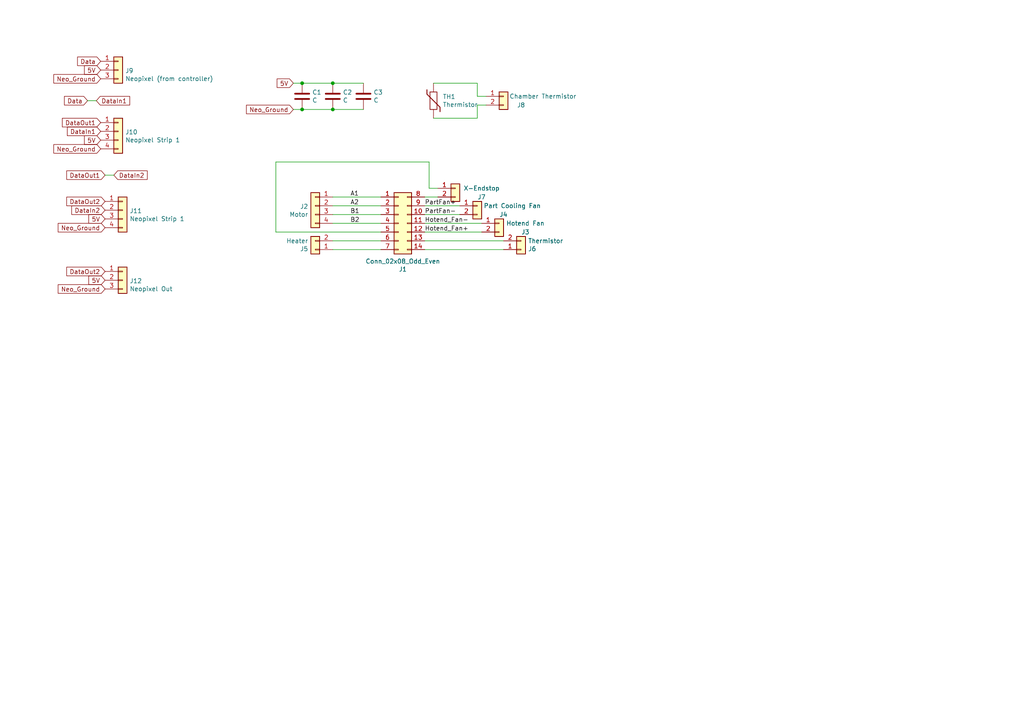
<source format=kicad_sch>
(kicad_sch (version 20211123) (generator eeschema)
  (paper "A4")
  (lib_symbols
    (symbol "Connector_Generic:Conn_01x02" (pin_names (offset 1.016) hide)
      (property "Reference" "J" (at 0 2.54 0))
      (property "Value" "Conn_01x02" (at 0 -5.08 0))
      (symbol "Conn_01x02_1_1"
        (rectangle (start -1.27 -2.413) (end 0 -2.667) (stroke (width 0.1524)))
        (rectangle (start -1.27 0.127) (end 0 -0.127) (stroke (width 0.1524)))
        (rectangle (start -1.27 1.27) (end 1.27 -3.81) (stroke (width 0.254)) (fill (type background)))
        (pin passive line (at -5.08 0 0) (length 3.81) (name "Pin_1") (number "1"))
        (pin passive line (at -5.08 -2.54 0) (length 3.81) (name "Pin_2") (number "2"))
      )
    )
    (symbol "Connector_Generic:Conn_01x03" (pin_names (offset 1.016) hide)
      (property "Reference" "J" (at 0 5.08 0))
      (property "Value" "Conn_01x03" (at 0 -5.08 0))
      (symbol "Conn_01x03_1_1"
        (rectangle (start -1.27 -2.413) (end 0 -2.667) (stroke (width 0.1524)))
        (rectangle (start -1.27 0.127) (end 0 -0.127) (stroke (width 0.1524)))
        (rectangle (start -1.27 2.667) (end 0 2.413) (stroke (width 0.1524)))
        (rectangle (start -1.27 3.81) (end 1.27 -3.81) (stroke (width 0.254)) (fill (type background)))
        (pin passive line (at -5.08 2.54 0) (length 3.81) (name "Pin_1") (number "1"))
        (pin passive line (at -5.08 0 0) (length 3.81) (name "Pin_2") (number "2"))
        (pin passive line (at -5.08 -2.54 0) (length 3.81) (name "Pin_3") (number "3"))
      )
    )
    (symbol "Connector_Generic:Conn_01x04" (pin_names (offset 1.016) hide)
      (property "Reference" "J" (at 0 5.08 0))
      (property "Value" "Conn_01x04" (at 0 -7.62 0))
      (symbol "Conn_01x04_1_1"
        (rectangle (start -1.27 -4.953) (end 0 -5.207) (stroke (width 0.1524)))
        (rectangle (start -1.27 -2.413) (end 0 -2.667) (stroke (width 0.1524)))
        (rectangle (start -1.27 0.127) (end 0 -0.127) (stroke (width 0.1524)))
        (rectangle (start -1.27 2.667) (end 0 2.413) (stroke (width 0.1524)))
        (rectangle (start -1.27 3.81) (end 1.27 -6.35) (stroke (width 0.254)) (fill (type background)))
        (pin passive line (at -5.08 2.54 0) (length 3.81) (name "Pin_1") (number "1"))
        (pin passive line (at -5.08 0 0) (length 3.81) (name "Pin_2") (number "2"))
        (pin passive line (at -5.08 -2.54 0) (length 3.81) (name "Pin_3") (number "3"))
        (pin passive line (at -5.08 -5.08 0) (length 3.81) (name "Pin_4") (number "4"))
      )
    )
    (symbol "Connector_Generic:Conn_02x07_Top_Bottom" (pin_names (offset 1.016) hide)
      (property "Reference" "J" (at 1.27 10.16 0))
      (property "Value" "Conn_02x07_Top_Bottom" (at 1.27 -10.16 0))
      (symbol "Conn_02x07_Top_Bottom_1_1"
        (rectangle (start -1.27 -7.493) (end 0 -7.747) (stroke (width 0.1524)))
        (rectangle (start -1.27 -4.953) (end 0 -5.207) (stroke (width 0.1524)))
        (rectangle (start -1.27 -2.413) (end 0 -2.667) (stroke (width 0.1524)))
        (rectangle (start -1.27 0.127) (end 0 -0.127) (stroke (width 0.1524)))
        (rectangle (start -1.27 2.667) (end 0 2.413) (stroke (width 0.1524)))
        (rectangle (start -1.27 5.207) (end 0 4.953) (stroke (width 0.1524)))
        (rectangle (start -1.27 7.747) (end 0 7.493) (stroke (width 0.1524)))
        (rectangle (start -1.27 8.89) (end 3.81 -8.89) (stroke (width 0.254)) (fill (type background)))
        (rectangle (start 3.81 -7.493) (end 2.54 -7.747) (stroke (width 0.1524)))
        (rectangle (start 3.81 -4.953) (end 2.54 -5.207) (stroke (width 0.1524)))
        (rectangle (start 3.81 -2.413) (end 2.54 -2.667) (stroke (width 0.1524)))
        (rectangle (start 3.81 0.127) (end 2.54 -0.127) (stroke (width 0.1524)))
        (rectangle (start 3.81 2.667) (end 2.54 2.413) (stroke (width 0.1524)))
        (rectangle (start 3.81 5.207) (end 2.54 4.953) (stroke (width 0.1524)))
        (rectangle (start 3.81 7.747) (end 2.54 7.493) (stroke (width 0.1524)))
        (pin passive line (at -5.08 7.62 0) (length 3.81) (name "Pin_1") (number "1"))
        (pin passive line (at 7.62 2.54 180) (length 3.81) (name "Pin_10") (number "10"))
        (pin passive line (at 7.62 0 180) (length 3.81) (name "Pin_11") (number "11"))
        (pin passive line (at 7.62 -2.54 180) (length 3.81) (name "Pin_12") (number "12"))
        (pin passive line (at 7.62 -5.08 180) (length 3.81) (name "Pin_13") (number "13"))
        (pin passive line (at 7.62 -7.62 180) (length 3.81) (name "Pin_14") (number "14"))
        (pin passive line (at -5.08 5.08 0) (length 3.81) (name "Pin_2") (number "2"))
        (pin passive line (at -5.08 2.54 0) (length 3.81) (name "Pin_3") (number "3"))
        (pin passive line (at -5.08 0 0) (length 3.81) (name "Pin_4") (number "4"))
        (pin passive line (at -5.08 -2.54 0) (length 3.81) (name "Pin_5") (number "5"))
        (pin passive line (at -5.08 -5.08 0) (length 3.81) (name "Pin_6") (number "6"))
        (pin passive line (at -5.08 -7.62 0) (length 3.81) (name "Pin_7") (number "7"))
        (pin passive line (at 7.62 7.62 180) (length 3.81) (name "Pin_8") (number "8"))
        (pin passive line (at 7.62 5.08 180) (length 3.81) (name "Pin_9") (number "9"))
      )
    )
    (symbol "Device:C" (pin_numbers hide) (pin_names (offset 0.254))
      (property "Reference" "C" (at 0.635 2.54 0))
      (property "Value" "C" (at 0.635 -2.54 0))
      (symbol "C_0_1"
        (polyline (pts (xy -2.032 -0.762) (xy 2.032 -0.762)) (stroke (width 0.508)))
        (polyline (pts (xy -2.032 0.762) (xy 2.032 0.762)) (stroke (width 0.508)))
      )
      (symbol "C_1_1"
        (pin passive line (at 0 3.81 270) (length 2.794) (name "~") (number "1"))
        (pin passive line (at 0 -3.81 90) (length 2.794) (name "~") (number "2"))
      )
    )
    (symbol "Device:Thermistor" (pin_numbers hide) (pin_names (offset 0))
      (property "Reference" "TH" (at 2.54 1.27 90))
      (property "Value" "Thermistor" (at -2.54 0 90))
      (symbol "Thermistor_0_1"
        (rectangle (start -1.016 2.54) (end 1.016 -2.54) (stroke (width 0.2032)))
        (polyline (pts (xy -1.905 3.175) (xy -1.905 1.905) (xy 1.905 -1.905) (xy 1.905 -3.175) (xy 1.905 -3.175)) (stroke (width 0.254)))
      )
      (symbol "Thermistor_1_1"
        (pin passive line (at 0 5.08 270) (length 2.54) (name "~") (number "1"))
        (pin passive line (at 0 -5.08 90) (length 2.54) (name "~") (number "2"))
      )
    )
  )
  (junction (at 87.63 31.75))
  (junction (at 87.63 24.13))
  (junction (at 96.52 31.75))
  (junction (at 96.52 24.13))
  (wire (pts (xy 105.41 31.75) (xy 96.52 31.75)))
  (wire (pts (xy 96.52 59.69) (xy 110.49 59.69)))
  (wire (pts (xy 110.49 69.85) (xy 96.52 69.85)))
  (wire (pts (xy 140.97 27.94) (xy 138.43 27.94)))
  (wire (pts (xy 123.19 62.23) (xy 133.35 62.23)))
  (wire (pts (xy 105.41 24.13) (xy 96.52 24.13)))
  (wire (pts (xy 96.52 31.75) (xy 87.63 31.75)))
  (wire (pts (xy 33.02 50.8) (xy 30.48 50.8)))
  (wire (pts (xy 138.43 24.13) (xy 125.73 24.13)))
  (wire (pts (xy 96.52 72.39) (xy 110.49 72.39)))
  (wire (pts (xy 96.52 24.13) (xy 87.63 24.13)))
  (wire (pts (xy 138.43 24.13) (xy 138.43 27.94)))
  (wire (pts (xy 110.49 57.15) (xy 96.52 57.15)))
  (wire (pts (xy 123.19 67.31) (xy 139.7 67.31)))
  (wire (pts (xy 80.01 46.99) (xy 124.46 46.99)))
  (wire (pts (xy 139.7 64.77) (xy 123.19 64.77)))
  (wire (pts (xy 87.63 24.13) (xy 85.09 24.13)))
  (wire (pts (xy 140.97 30.48) (xy 138.43 30.48)))
  (wire (pts (xy 27.94 29.21) (xy 25.4 29.21)))
  (wire (pts (xy 133.35 59.69) (xy 123.19 59.69)))
  (wire (pts (xy 146.05 69.85) (xy 123.19 69.85)))
  (wire (pts (xy 123.19 57.15) (xy 127 57.15)))
  (wire (pts (xy 80.01 67.31) (xy 110.49 67.31)))
  (wire (pts (xy 80.01 46.99) (xy 80.01 67.31)))
  (wire (pts (xy 124.46 54.61) (xy 127 54.61)))
  (wire (pts (xy 138.43 30.48) (xy 138.43 34.29)))
  (wire (pts (xy 123.19 72.39) (xy 146.05 72.39)))
  (wire (pts (xy 110.49 62.23) (xy 96.52 62.23)))
  (wire (pts (xy 96.52 64.77) (xy 110.49 64.77)))
  (wire (pts (xy 87.63 31.75) (xy 85.09 31.75)))
  (wire (pts (xy 124.46 54.61) (xy 124.46 46.99)))
  (wire (pts (xy 138.43 34.29) (xy 125.73 34.29)))
  (label "B2" (at 101.6 64.77 0))
  (label "PartFan-" (at 123.19 62.23 0))
  (label "A2" (at 101.6 59.69 0))
  (label "PartFan+" (at 123.19 59.69 0))
  (label "Hotend_Fan+" (at 123.19 67.31 0))
  (label "A1" (at 101.6 57.15 0))
  (label "B1" (at 101.6 62.23 0))
  (label "Hotend_Fan-" (at 123.19 64.77 0))
  (global_label "DataOut1" (shape input) (at 30.48 50.8 180) (property "Intersheet References" "${INTERSHEET_REFS}" (effects hide)))
  (global_label "Data" (shape input) (at 29.21 17.78 180) (property "Intersheet References" "${INTERSHEET_REFS}" (effects hide)))
  (global_label "Neo_Ground" (shape input) (at 29.21 43.18 180) (property "Intersheet References" "${INTERSHEET_REFS}" (effects hide)))
  (global_label "5V" (shape input) (at 29.21 40.64 180) (property "Intersheet References" "${INTERSHEET_REFS}" (effects hide)))
  (global_label "Neo_Ground" (shape input) (at 29.21 22.86 180) (property "Intersheet References" "${INTERSHEET_REFS}" (effects hide)))
  (global_label "DataOut2" (shape input) (at 30.48 78.74 180) (property "Intersheet References" "${INTERSHEET_REFS}" (effects hide)))
  (global_label "DataOut1" (shape input) (at 29.21 35.56 180) (property "Intersheet References" "${INTERSHEET_REFS}" (effects hide)))
  (global_label "DataIn2" (shape input) (at 30.48 60.96 180) (property "Intersheet References" "${INTERSHEET_REFS}" (effects hide)))
  (global_label "5V" (shape input) (at 29.21 20.32 180) (property "Intersheet References" "${INTERSHEET_REFS}" (effects hide)))
  (global_label "DataIn1" (shape input) (at 27.94 29.21 0) (property "Intersheet References" "${INTERSHEET_REFS}" (effects hide)))
  (global_label "DataIn1" (shape input) (at 29.21 38.1 180) (property "Intersheet References" "${INTERSHEET_REFS}" (effects hide)))
  (global_label "Neo_Ground" (shape input) (at 30.48 66.04 180) (property "Intersheet References" "${INTERSHEET_REFS}" (effects hide)))
  (global_label "5V" (shape input) (at 30.48 81.28 180) (property "Intersheet References" "${INTERSHEET_REFS}" (effects hide)))
  (global_label "5V" (shape input) (at 85.09 24.13 180) (property "Intersheet References" "${INTERSHEET_REFS}" (effects hide)))
  (global_label "DataOut2" (shape input) (at 30.48 58.42 180) (property "Intersheet References" "${INTERSHEET_REFS}" (effects hide)))
  (global_label "Data" (shape input) (at 25.4 29.21 180) (property "Intersheet References" "${INTERSHEET_REFS}" (effects hide)))
  (global_label "Neo_Ground" (shape input) (at 85.09 31.75 180) (property "Intersheet References" "${INTERSHEET_REFS}" (effects hide)))
  (global_label "Neo_Ground" (shape input) (at 30.48 83.82 180) (property "Intersheet References" "${INTERSHEET_REFS}" (effects hide)))
  (global_label "5V" (shape input) (at 30.48 63.5 180) (property "Intersheet References" "${INTERSHEET_REFS}" (effects hide)))
  (global_label "DataIn2" (shape input) (at 33.02 50.8 0) (property "Intersheet References" "${INTERSHEET_REFS}" (effects hide)))
  (symbol (lib_id "Device:Thermistor") (at 125.73 29.21 0) (unit 1)
    (property "Reference" "TH1" (at 128.397 28.0416 0) (effects (justify left)))
    (property "Value" "Thermistor" (at 128.397 30.353 0) (effects (justify left)))
    (property "Footprint" "Resistor_SMD:R_0805_2012Metric_Pad1.20x1.40mm_HandSolder" (effects hide))
  )
  (symbol (lib_id "Connector_Generic:Conn_02x07_Top_Bottom") (at 115.57 64.77 0) (unit 1)
    (property "Reference" "J1" (at 116.84 78.105 0))
    (property "Value" "Conn_02x08_Odd_Even" (at 116.84 75.7936 0))
    (property "Footprint" "Connector_Molex:Molex_Micro-Fit_3.0_43045-1412_2x07_P3.00mm_Vertical" (effects hide))
  )
  (symbol (lib_id "Connector_Generic:Conn_01x04") (at 91.44 59.69 0) (mirror y) (unit 1)
    (property "Reference" "J2" (at 89.408 59.8932 0) (effects (justify left)))
    (property "Value" "Motor" (at 89.408 62.2046 0) (effects (justify left)))
    (property "Footprint" "Connector_JST:JST_XH_B4B-XH-A_1x04_P2.50mm_Vertical" (effects hide))
  )
  (symbol (lib_id "Connector_Generic:Conn_01x02") (at 144.78 64.77 0) (unit 1)
    (property "Reference" "J3" (at 152.4 67.31 0))
    (property "Value" "Hotend Fan" (at 152.4 64.77 0))
    (property "Footprint" "Connector_JST:JST_XH_B2B-XH-A_1x02_P2.50mm_Vertical" (effects hide))
  )
  (symbol (lib_id "Connector_Generic:Conn_01x02") (at 138.43 59.69 0) (unit 1)
    (property "Reference" "J4" (at 146.05 62.23 0))
    (property "Value" "Part Cooling Fan" (at 148.59 59.69 0))
    (property "Footprint" "Connector_JST:JST_XH_B2B-XH-A_1x02_P2.50mm_Vertical" (effects hide))
  )
  (symbol (lib_id "Connector_Generic:Conn_01x02") (at 91.44 72.39 180) (unit 1)
    (property "Reference" "J5" (at 89.408 72.1868 0) (effects (justify left)))
    (property "Value" "Heater" (at 89.408 69.8754 0) (effects (justify left)))
    (property "Footprint" "TerminalBlock_Phoenix:TerminalBlock_Phoenix_MKDS-1,5-2-5.08_1x02_P5.08mm_Horizontal" (effects hide))
  )
  (symbol (lib_id "Connector_Generic:Conn_01x02") (at 151.13 72.39 0) (mirror x) (unit 1)
    (property "Reference" "J6" (at 153.162 72.1868 0) (effects (justify left)))
    (property "Value" "Thermistor" (at 153.162 69.8754 0) (effects (justify left)))
    (property "Footprint" "Connector_JST:JST_XH_B2B-XH-A_1x02_P2.50mm_Vertical" (effects hide))
  )
  (symbol (lib_id "Connector_Generic:Conn_01x02") (at 132.08 54.61 0) (unit 1)
    (property "Reference" "J7" (at 139.7 57.15 0))
    (property "Value" "X-Endstop" (at 139.7 54.61 0))
    (property "Footprint" "Connector_JST:JST_XH_B2B-XH-A_1x02_P2.50mm_Vertical" (effects hide))
  )
  (symbol (lib_id "Connector_Generic:Conn_01x02") (at 146.05 27.94 0) (unit 1)
    (property "Reference" "J8" (at 151.13 30.48 0))
    (property "Value" "Chamber Thermistor" (at 157.48 27.94 0))
    (property "Footprint" "Connector_JST:JST_XH_B2B-XH-A_1x02_P2.50mm_Vertical" (effects hide))
  )
  (symbol (lib_id "Connector_Generic:Conn_01x03") (at 34.29 20.32 0) (unit 1)
    (property "Reference" "J9" (at 36.322 20.5232 0) (effects (justify left)))
    (property "Value" "Neopixel (from controller)" (at 36.322 22.8346 0) (effects (justify left)))
    (property "Footprint" "Connector_JST:JST_XH_B3B-XH-A_1x03_P2.50mm_Vertical" (effects hide))
  )
  (symbol (lib_id "Connector_Generic:Conn_01x04") (at 34.29 38.1 0) (unit 1)
    (property "Reference" "J10" (at 36.322 38.3032 0) (effects (justify left)))
    (property "Value" "Neopixel Strip 1" (at 36.322 40.6146 0) (effects (justify left)))
    (property "Footprint" "Connector_JST:JST_XH_B4B-XH-A_1x04_P2.50mm_Vertical" (effects hide))
  )
  (symbol (lib_id "Connector_Generic:Conn_01x04") (at 35.56 60.96 0) (unit 1)
    (property "Reference" "J11" (at 37.592 61.1632 0) (effects (justify left)))
    (property "Value" "Neopixel Strip 1" (at 37.592 63.4746 0) (effects (justify left)))
    (property "Footprint" "Connector_JST:JST_XH_B4B-XH-A_1x04_P2.50mm_Vertical" (effects hide))
  )
  (symbol (lib_id "Device:C") (at 87.63 27.94 0) (unit 1)
    (property "Reference" "C1" (at 90.551 26.7716 0) (effects (justify left)))
    (property "Value" "C" (at 90.551 29.083 0) (effects (justify left)))
    (property "Footprint" "Capacitor_SMD:C_0805_2012Metric_Pad1.18x1.45mm_HandSolder" (effects hide))
  )
  (symbol (lib_id "Device:C") (at 96.52 27.94 0) (unit 1)
    (property "Reference" "C2" (at 99.441 26.7716 0) (effects (justify left)))
    (property "Value" "C" (at 99.441 29.083 0) (effects (justify left)))
    (property "Footprint" "Capacitor_SMD:C_0805_2012Metric_Pad1.18x1.45mm_HandSolder" (effects hide))
  )
  (symbol (lib_id "Device:C") (at 105.41 27.94 0) (unit 1)
    (property "Reference" "C3" (at 108.331 26.7716 0) (effects (justify left)))
    (property "Value" "C" (at 108.331 29.083 0) (effects (justify left)))
    (property "Footprint" "Capacitor_SMD:C_0805_2012Metric_Pad1.18x1.45mm_HandSolder" (effects hide))
  )
  (symbol (lib_id "Connector_Generic:Conn_01x03") (at 35.56 81.28 0) (unit 1)
    (property "Reference" "J12" (at 37.592 81.4832 0) (effects (justify left)))
    (property "Value" "Neopixel Out" (at 37.592 83.7946 0) (effects (justify left)))
    (property "Footprint" "Connector_JST:JST_XH_B3B-XH-A_1x03_P2.50mm_Vertical" (effects hide))
  )
)
</source>
